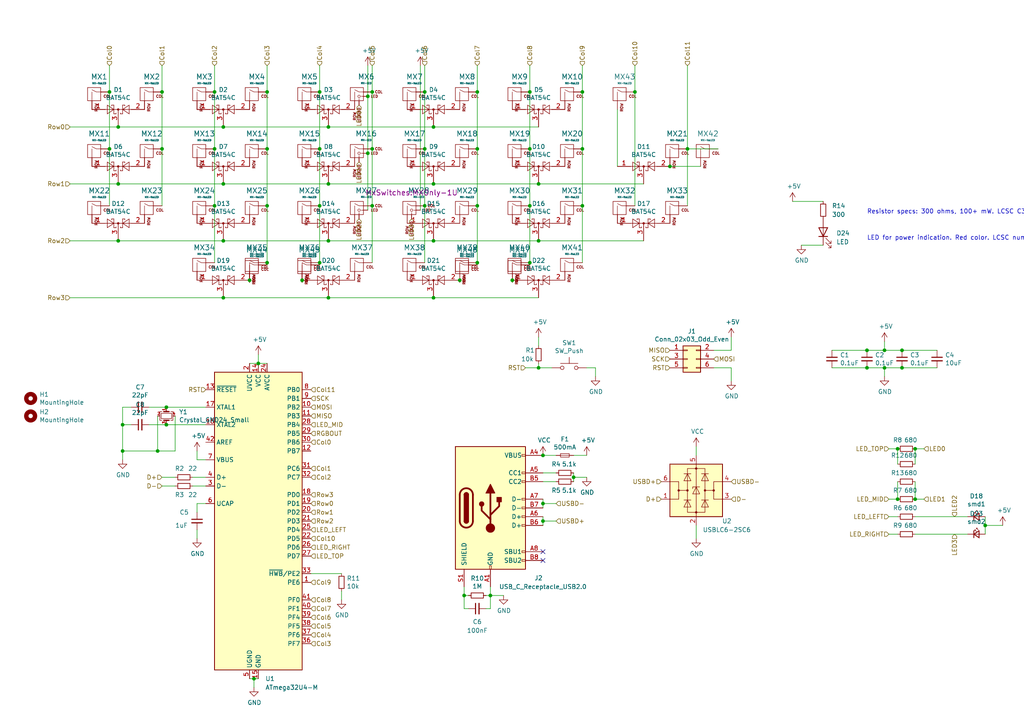
<source format=kicad_sch>
(kicad_sch (version 20230121) (generator eeschema)
  (paper "A4")
  (junction (at 260.35 130.175))
  (junction (at 95.25 36.83))
  (junction (at 168.91 59.69))
  (junction (at 95.25 86.36))
  (junction (at 157.48 151.13))
  (junction (at 156.21 106.68))
  (junction (at 125.73 86.36))
  (junction (at 156.21 69.85))
  (junction (at 77.47 26.67))
  (junction (at 194.31 48.26))
  (junction (at 260.35 144.78))
  (junction (at 95.25 69.85))
  (junction (at 138.43 26.67))
  (junction (at 106.68 44.45))
  (junction (at 73.66 196.85))
  (junction (at 31.75 43.18))
  (junction (at 148.59 81.28))
  (junction (at 107.95 59.69))
  (junction (at 285.75 152.4))
  (junction (at 35.56 130.81))
  (junction (at 153.67 59.69))
  (junction (at 62.23 26.67))
  (junction (at 34.29 53.34))
  (junction (at 123.19 59.69))
  (junction (at 168.91 43.18))
  (junction (at 138.43 76.2))
  (junction (at 46.99 26.67))
  (junction (at 133.35 81.28))
  (junction (at 134.62 172.72))
  (junction (at 34.29 69.85))
  (junction (at 62.23 43.18))
  (junction (at 261.62 106.68))
  (junction (at 157.48 146.05))
  (junction (at 184.15 26.67))
  (junction (at 125.73 53.34))
  (junction (at 265.43 130.175))
  (junction (at 77.47 43.18))
  (junction (at 251.46 106.68))
  (junction (at 156.21 53.34))
  (junction (at 77.47 59.69))
  (junction (at 74.93 105.41))
  (junction (at 123.19 43.18))
  (junction (at 64.77 69.85))
  (junction (at 142.24 172.72))
  (junction (at 256.54 101.6))
  (junction (at 153.67 43.18))
  (junction (at 256.54 106.68))
  (junction (at 157.48 132.08))
  (junction (at 46.99 43.18))
  (junction (at 153.67 26.67))
  (junction (at 87.63 81.28))
  (junction (at 31.75 26.67))
  (junction (at 261.62 101.6))
  (junction (at 107.95 43.18))
  (junction (at 107.95 26.67))
  (junction (at 64.77 36.83))
  (junction (at 92.71 59.69))
  (junction (at 251.46 101.6))
  (junction (at 166.37 138.43))
  (junction (at 48.26 118.11))
  (junction (at 123.19 26.67))
  (junction (at 199.39 43.18))
  (junction (at 72.39 81.28))
  (junction (at 125.73 36.83))
  (junction (at 95.25 53.34))
  (junction (at 138.43 59.69))
  (junction (at 92.71 26.67))
  (junction (at 265.43 144.78))
  (junction (at 92.71 76.2))
  (junction (at 106.68 27.94))
  (junction (at 153.67 76.2))
  (junction (at 92.71 43.18))
  (junction (at 64.77 53.34))
  (junction (at 45.72 130.81))
  (junction (at 125.73 69.85))
  (junction (at 35.56 123.19))
  (junction (at 64.77 86.36))
  (junction (at 77.47 76.2))
  (junction (at 138.43 43.18))
  (junction (at 62.23 59.69))
  (junction (at 48.26 123.19))
  (junction (at 168.91 26.67))
  (junction (at 34.29 36.83))
  (no_connect (at 157.48 162.56))
  (no_connect (at 157.48 160.02))
  (wire (pts (xy 134.62 176.53) (xy 135.89 176.53)))
  (wire (pts (xy 95.25 86.36) (xy 64.77 86.36)))
  (wire (pts (xy 46.99 26.67) (xy 46.99 19.05)))
  (wire (pts (xy 57.15 153.67) (xy 57.15 156.21)))
  (wire (pts (xy 95.25 53.34) (xy 64.77 53.34)))
  (wire (pts (xy 106.68 44.45) (xy 106.68 27.94)))
  (wire (pts (xy 107.95 43.18) (xy 107.95 59.69)))
  (wire (pts (xy 134.62 172.72) (xy 134.62 176.53)))
  (wire (pts (xy 156.21 86.36) (xy 125.73 86.36)))
  (wire (pts (xy 35.56 118.11) (xy 35.56 123.19)))
  (wire (pts (xy 125.73 53.34) (xy 95.25 53.34)))
  (wire (pts (xy 121.92 60.96) (xy 121.92 19.05)))
  (wire (pts (xy 138.43 43.18) (xy 138.43 26.67)))
  (wire (pts (xy 90.17 166.37) (xy 99.06 166.37)))
  (wire (pts (xy 265.43 154.94) (xy 280.67 154.94)))
  (wire (pts (xy 201.93 152.4) (xy 201.93 156.21)))
  (wire (pts (xy 232.41 71.12) (xy 238.76 71.12)))
  (wire (pts (xy 186.69 69.85) (xy 156.21 69.85)))
  (wire (pts (xy 265.43 144.78) (xy 267.97 144.78)))
  (wire (pts (xy 62.23 26.67) (xy 62.23 19.05)))
  (wire (pts (xy 31.75 26.67) (xy 31.75 19.05)))
  (wire (pts (xy 134.62 170.18) (xy 134.62 172.72)))
  (wire (pts (xy 265.43 139.7) (xy 265.43 144.78)))
  (wire (pts (xy 184.15 59.69) (xy 184.15 26.67)))
  (wire (pts (xy 256.54 106.68) (xy 256.54 109.22)))
  (wire (pts (xy 43.18 118.11) (xy 48.26 118.11)))
  (wire (pts (xy 138.43 59.69) (xy 138.43 43.18)))
  (wire (pts (xy 87.63 81.28) (xy 87.63 81.915)))
  (wire (pts (xy 64.77 53.34) (xy 34.29 53.34)))
  (wire (pts (xy 156.21 106.68) (xy 156.21 105.41)))
  (wire (pts (xy 168.91 43.18) (xy 168.91 26.67)))
  (wire (pts (xy 157.48 144.78) (xy 157.48 146.05)))
  (wire (pts (xy 55.88 138.43) (xy 59.69 138.43)))
  (wire (pts (xy 207.01 106.68) (xy 212.09 106.68)))
  (wire (pts (xy 156.21 97.79) (xy 156.21 100.33)))
  (wire (pts (xy 157.48 146.05) (xy 161.29 146.05)))
  (wire (pts (xy 74.93 196.85) (xy 73.66 196.85)))
  (wire (pts (xy 48.26 118.11) (xy 59.69 118.11)))
  (wire (pts (xy 31.75 59.69) (xy 31.75 43.18)))
  (wire (pts (xy 77.47 59.69) (xy 77.47 43.18)))
  (wire (pts (xy 64.77 36.83) (xy 34.29 36.83)))
  (wire (pts (xy 125.73 36.83) (xy 95.25 36.83)))
  (wire (pts (xy 157.48 146.05) (xy 157.48 147.32)))
  (wire (pts (xy 157.48 137.16) (xy 161.29 137.16)))
  (wire (pts (xy 31.75 43.18) (xy 31.75 26.67)))
  (wire (pts (xy 166.37 138.43) (xy 166.37 137.16)))
  (wire (pts (xy 265.43 149.86) (xy 280.67 149.86)))
  (wire (pts (xy 265.43 130.175) (xy 265.43 134.62)))
  (wire (pts (xy 260.35 139.7) (xy 260.35 144.78)))
  (wire (pts (xy 45.72 130.81) (xy 35.56 130.81)))
  (wire (pts (xy 123.19 59.69) (xy 123.19 76.2)))
  (wire (pts (xy 50.8 120.65) (xy 50.8 130.81)))
  (wire (pts (xy 194.31 48.26) (xy 203.2 48.26)))
  (wire (pts (xy 241.3 101.6) (xy 251.46 101.6)))
  (wire (pts (xy 106.68 27.94) (xy 106.68 19.05)))
  (wire (pts (xy 172.72 106.68) (xy 172.72 109.22)))
  (wire (pts (xy 142.24 176.53) (xy 142.24 172.72)))
  (wire (pts (xy 166.37 132.08) (xy 170.18 132.08)))
  (wire (pts (xy 135.89 172.72) (xy 134.62 172.72)))
  (wire (pts (xy 34.29 36.83) (xy 20.32 36.83)))
  (wire (pts (xy 251.46 101.6) (xy 256.54 101.6)))
  (wire (pts (xy 46.99 59.69) (xy 46.99 43.18)))
  (wire (pts (xy 199.39 43.18) (xy 208.28 43.18)))
  (wire (pts (xy 34.29 53.34) (xy 20.32 53.34)))
  (wire (pts (xy 153.67 26.67) (xy 153.67 19.05)))
  (wire (pts (xy 48.26 123.19) (xy 59.69 123.19)))
  (wire (pts (xy 43.18 123.19) (xy 48.26 123.19)))
  (wire (pts (xy 212.09 101.6) (xy 212.09 97.79)))
  (wire (pts (xy 73.66 196.85) (xy 72.39 196.85)))
  (wire (pts (xy 46.99 43.18) (xy 46.99 26.67)))
  (wire (pts (xy 229.87 58.42) (xy 238.76 58.42)))
  (wire (pts (xy 142.24 172.72) (xy 146.05 172.72)))
  (wire (pts (xy 156.21 69.85) (xy 125.73 69.85)))
  (wire (pts (xy 285.75 152.4) (xy 285.75 154.94)))
  (wire (pts (xy 199.39 43.18) (xy 199.39 19.05)))
  (wire (pts (xy 77.47 76.2) (xy 77.47 59.69)))
  (wire (pts (xy 156.21 36.83) (xy 125.73 36.83)))
  (wire (pts (xy 260.35 144.78) (xy 257.81 144.78)))
  (wire (pts (xy 260.35 149.86) (xy 257.81 149.86)))
  (wire (pts (xy 72.39 81.28) (xy 72.39 81.915)))
  (wire (pts (xy 157.48 152.4) (xy 157.48 151.13)))
  (wire (pts (xy 45.72 120.65) (xy 45.72 130.81)))
  (wire (pts (xy 140.97 172.72) (xy 142.24 172.72)))
  (wire (pts (xy 57.15 146.05) (xy 59.69 146.05)))
  (wire (pts (xy 95.25 69.85) (xy 64.77 69.85)))
  (wire (pts (xy 260.35 130.175) (xy 257.81 130.175)))
  (wire (pts (xy 92.71 43.18) (xy 92.71 26.67)))
  (wire (pts (xy 142.24 172.72) (xy 142.24 170.18)))
  (wire (pts (xy 34.29 69.85) (xy 20.32 69.85)))
  (wire (pts (xy 77.47 76.2) (xy 77.47 76.835)))
  (wire (pts (xy 107.95 19.05) (xy 107.95 26.67)))
  (wire (pts (xy 256.54 106.68) (xy 261.62 106.68)))
  (wire (pts (xy 64.77 86.36) (xy 20.32 86.36)))
  (wire (pts (xy 123.19 43.18) (xy 123.19 26.67)))
  (wire (pts (xy 57.15 133.35) (xy 57.15 130.81)))
  (wire (pts (xy 285.75 152.4) (xy 290.83 152.4)))
  (wire (pts (xy 153.67 76.2) (xy 153.67 59.69)))
  (wire (pts (xy 261.62 101.6) (xy 271.78 101.6)))
  (wire (pts (xy 148.59 81.28) (xy 148.59 81.915)))
  (wire (pts (xy 138.43 76.2) (xy 138.43 59.69)))
  (wire (pts (xy 260.35 154.94) (xy 257.81 154.94)))
  (wire (pts (xy 62.23 76.2) (xy 62.23 59.69)))
  (wire (pts (xy 72.39 105.41) (xy 74.93 105.41)))
  (wire (pts (xy 168.91 59.69) (xy 168.91 43.18)))
  (wire (pts (xy 153.67 43.18) (xy 153.67 26.67)))
  (wire (pts (xy 261.62 106.68) (xy 271.78 106.68)))
  (wire (pts (xy 57.15 148.59) (xy 57.15 146.05)))
  (wire (pts (xy 92.71 76.2) (xy 92.71 59.69)))
  (wire (pts (xy 156.21 53.34) (xy 186.69 53.34)))
  (wire (pts (xy 123.19 43.18) (xy 123.19 59.69)))
  (wire (pts (xy 157.48 139.7) (xy 161.29 139.7)))
  (wire (pts (xy 92.71 76.2) (xy 92.71 76.835)))
  (wire (pts (xy 153.67 59.69) (xy 153.67 43.18)))
  (wire (pts (xy 38.1 123.19) (xy 35.56 123.19)))
  (wire (pts (xy 179.07 31.75) (xy 179.07 48.26)))
  (wire (pts (xy 92.71 26.67) (xy 92.71 19.05)))
  (wire (pts (xy 153.67 76.2) (xy 153.67 76.835)))
  (wire (pts (xy 46.99 140.97) (xy 50.8 140.97)))
  (wire (pts (xy 125.73 86.36) (xy 95.25 86.36)))
  (wire (pts (xy 46.99 138.43) (xy 50.8 138.43)))
  (wire (pts (xy 166.37 139.7) (xy 166.37 138.43)))
  (wire (pts (xy 138.43 76.2) (xy 138.43 76.835)))
  (wire (pts (xy 50.8 130.81) (xy 45.72 130.81)))
  (wire (pts (xy 140.97 176.53) (xy 142.24 176.53)))
  (wire (pts (xy 166.37 138.43) (xy 170.18 138.43)))
  (wire (pts (xy 207.01 101.6) (xy 212.09 101.6)))
  (wire (pts (xy 157.48 151.13) (xy 157.48 149.86)))
  (wire (pts (xy 156.21 106.68) (xy 160.02 106.68)))
  (wire (pts (xy 107.95 26.67) (xy 107.95 43.18)))
  (wire (pts (xy 152.4 106.68) (xy 156.21 106.68)))
  (wire (pts (xy 73.66 196.85) (xy 73.66 199.39)))
  (wire (pts (xy 170.18 106.68) (xy 172.72 106.68)))
  (wire (pts (xy 59.69 133.35) (xy 57.15 133.35)))
  (wire (pts (xy 77.47 26.67) (xy 77.47 19.05)))
  (wire (pts (xy 138.43 26.67) (xy 138.43 19.05)))
  (wire (pts (xy 199.39 59.69) (xy 199.39 43.18)))
  (wire (pts (xy 95.25 36.83) (xy 64.77 36.83)))
  (wire (pts (xy 38.1 118.11) (xy 35.56 118.11)))
  (wire (pts (xy 265.43 130.175) (xy 267.97 130.175)))
  (wire (pts (xy 74.93 105.41) (xy 74.93 102.87)))
  (wire (pts (xy 251.46 106.68) (xy 256.54 106.68)))
  (wire (pts (xy 168.91 76.2) (xy 168.91 59.69)))
  (wire (pts (xy 133.35 81.28) (xy 133.35 81.915)))
  (wire (pts (xy 99.06 171.45) (xy 99.06 173.99)))
  (wire (pts (xy 74.93 105.41) (xy 77.47 105.41)))
  (wire (pts (xy 256.54 101.6) (xy 261.62 101.6)))
  (wire (pts (xy 241.3 106.68) (xy 251.46 106.68)))
  (wire (pts (xy 201.93 132.08) (xy 201.93 129.54)))
  (wire (pts (xy 55.88 140.97) (xy 59.69 140.97)))
  (wire (pts (xy 256.54 101.6) (xy 256.54 99.06)))
  (wire (pts (xy 35.56 130.81) (xy 35.56 133.35)))
  (wire (pts (xy 62.23 59.69) (xy 62.23 43.18)))
  (wire (pts (xy 168.91 26.67) (xy 168.91 19.05)))
  (wire (pts (xy 157.48 132.08) (xy 161.29 132.08)))
  (wire (pts (xy 285.75 149.86) (xy 285.75 152.4)))
  (wire (pts (xy 260.35 130.175) (xy 260.35 134.62)))
  (wire (pts (xy 64.77 69.85) (xy 34.29 69.85)))
  (wire (pts (xy 156.21 53.34) (xy 125.73 53.34)))
  (wire (pts (xy 212.09 106.68) (xy 212.09 110.49)))
  (wire (pts (xy 106.68 60.96) (xy 106.68 44.45)))
  (wire (pts (xy 35.56 123.19) (xy 35.56 130.81)))
  (wire (pts (xy 157.48 151.13) (xy 161.29 151.13)))
  (wire (pts (xy 77.47 43.18) (xy 77.47 26.67)))
  (wire (pts (xy 184.15 26.67) (xy 184.15 19.05)))
  (wire (pts (xy 92.71 59.69) (xy 92.71 43.18)))
  (wire (pts (xy 123.19 26.67) (xy 123.19 19.05)))
  (wire (pts (xy 107.95 59.69) (xy 107.95 76.2)))
  (wire (pts (xy 125.73 69.85) (xy 95.25 69.85)))
  (wire (pts (xy 62.23 43.18) (xy 62.23 26.67)))
  (text "Resistor specs: 300 ohms, 100+ mW. LCSC C323659" (at 251.46 62.23 0) (effects (font (size 1.27 1.27)) (justify left bottom)))
  (text "LED for power indication. Red color. LCSC number C434431" (at 251.46 69.85 0) (effects (font (size 1.27 1.27)) (justify left bottom)))
  (hierarchical_label "Col0" (shape input) (at 31.75 19.05 90))
  (hierarchical_label "Col10" (shape input) (at 90.17 156.21 0))
  (hierarchical_label "RST" (shape input) (at 152.4 106.68 180))
  (hierarchical_label "Row3" (shape input) (at 20.32 86.36 180))
  (hierarchical_label "LED3" (shape input) (at 119.38 63.5 270))
  (hierarchical_label "LED3" (shape input) (at 276.86 154.94 270))
  (hierarchical_label "MISO" (shape input) (at 90.17 120.65 0))
  (hierarchical_label "Row0" (shape input) (at 20.32 36.83 180))
  (hierarchical_label "LED_MID" (shape input) (at 257.81 144.78 180))
  (hierarchical_label "Row1" (shape input) (at 90.17 148.59 0))
  (hierarchical_label "Col3" (shape input) (at 90.17 186.69 0))
  (hierarchical_label "SCK" (shape input) (at 194.31 104.14 180))
  (hierarchical_label "D-" (shape input) (at 46.99 140.97 180))
  (hierarchical_label "Col1" (shape input) (at 46.99 19.05 90))
  (hierarchical_label "Col9" (shape input) (at 90.17 168.91 0))
  (hierarchical_label "D+" (shape input) (at 191.77 144.78 180))
  (hierarchical_label "Col8" (shape input) (at 153.67 19.05 90))
  (hierarchical_label "LED_RIGHT" (shape input) (at 90.17 158.75 0))
  (hierarchical_label "LED_MID" (shape input) (at 90.17 123.19 0))
  (hierarchical_label "Row0" (shape input) (at 90.17 146.05 0))
  (hierarchical_label "Col6" (shape input) (at 90.17 179.07 0))
  (hierarchical_label "Col1" (shape input) (at 90.17 135.89 0))
  (hierarchical_label "Col2" (shape input) (at 62.23 19.05 90))
  (hierarchical_label "LED_LEFT" (shape input) (at 257.81 149.86 180))
  (hierarchical_label "USBD+" (shape input) (at 161.29 151.13 0))
  (hierarchical_label "LED_TOP" (shape input) (at 257.81 130.175 180))
  (hierarchical_label "Col0" (shape input) (at 90.17 128.27 0))
  (hierarchical_label "USBD-" (shape input) (at 212.09 139.7 0))
  (hierarchical_label "LED_LEFT" (shape input) (at 90.17 153.67 0))
  (hierarchical_label "Row2" (shape input) (at 20.32 69.85 180))
  (hierarchical_label "Col8" (shape input) (at 90.17 173.99 0))
  (hierarchical_label "LED0" (shape input) (at 267.97 130.175 0))
  (hierarchical_label "Col5" (shape input) (at 90.17 181.61 0))
  (hierarchical_label "Col7" (shape input) (at 90.17 176.53 0))
  (hierarchical_label "USBD-" (shape input) (at 161.29 146.05 0))
  (hierarchical_label "LED_TOP" (shape input) (at 90.17 161.29 0))
  (hierarchical_label "D-" (shape input) (at 212.09 144.78 0))
  (hierarchical_label "Col9" (shape input) (at 168.91 19.05 90))
  (hierarchical_label "Col7" (shape input) (at 138.43 19.05 90))
  (hierarchical_label "D+" (shape input) (at 46.99 138.43 180))
  (hierarchical_label "LED2" (shape input) (at 276.86 149.86 90))
  (hierarchical_label "Col2" (shape input) (at 90.17 138.43 0))
  (hierarchical_label "USBD+" (shape input) (at 191.77 139.7 180))
  (hierarchical_label "Col5" (shape input) (at 107.95 19.05 90))
  (hierarchical_label "Col4" (shape input) (at 90.17 184.15 0))
  (hierarchical_label "LED_RIGHT" (shape input) (at 257.81 154.94 180))
  (hierarchical_label "MISO" (shape input) (at 194.31 101.6 180))
  (hierarchical_label "Col10" (shape input) (at 184.15 19.05 90))
  (hierarchical_label "LED1" (shape input) (at 267.97 144.78 0))
  (hierarchical_label "Col4" (shape input) (at 92.71 19.05 90))
  (hierarchical_label "MOSI" (shape input) (at 207.01 104.14 0))
  (hierarchical_label "RST" (shape input) (at 194.31 106.68 180))
  (hierarchical_label "Col11" (shape input) (at 199.39 19.05 90))
  (hierarchical_label "RST" (shape input) (at 59.69 113.03 180))
  (hierarchical_label "LED2" (shape input) (at 104.14 63.5 270))
  (hierarchical_label "RGBOUT" (shape input) (at 90.17 125.73 0))
  (hierarchical_label "Col11" (shape input) (at 90.17 113.03 0))
  (hierarchical_label "Row1" (shape input) (at 20.32 53.34 180))
  (hierarchical_label "LED1" (shape input) (at 104.14 46.99 270))
  (hierarchical_label "MOSI" (shape input) (at 90.17 118.11 0))
  (hierarchical_label "Row3" (shape input) (at 90.17 143.51 0))
  (hierarchical_label "LED0" (shape input) (at 104.14 30.48 270))
  (hierarchical_label "SCK" (shape input) (at 90.17 115.57 0))
  (hierarchical_label "Col6" (shape input) (at 123.19 19.05 90))
  (hierarchical_label "Col3" (shape input) (at 77.47 19.05 90))
  (hierarchical_label "Row2" (shape input) (at 90.17 151.13 0))
  (symbol (lib_id "Mx:MX-NoLED") (at 27.94 27.94 0) (unit 1)
    (property "Reference" "MX1" (at 28.7782 22.2758 0) (effects (font (size 1.524 1.524))))
    (property "Value" "MX-NoLED" (at 28.7782 24.1554 0) (effects (font (size 0.508 0.508))))
    (property "Footprint" "MxSwitches:MXOnly-1.5U-NoLED" (effects hide))
  )
  (symbol (lib_id "Mx:MX-NoLED") (at 43.18 27.94 0) (unit 1)
    (property "Reference" "MX2" (at 44.0182 22.2758 0) (effects (font (size 1.524 1.524))))
    (property "Value" "MX-NoLED" (at 44.0182 24.1554 0) (effects (font (size 0.508 0.508))))
    (property "Footprint" "MxSwitches:MXOnly-1U-NoLED" (effects hide))
  )
  (symbol (lib_id "Diode:BAT54C") (at 34.29 31.75 0) (unit 1)
    (property "Reference" "D1" (at 34.29 26.035 0))
    (property "Value" "BAT54C" (at 34.29 28.3464 0))
    (property "Footprint" "Package_TO_SOT_SMD:SOT-23" (effects hide))
    (property "Datasheet" "http://www.diodes.com/_files/datasheets/ds11005.pdf" (effects hide))
  )
  (symbol (lib_id "Mx:MX-NoLED") (at 58.42 27.94 0) (unit 1)
    (property "Reference" "MX3" (at 59.2582 22.2758 0) (effects (font (size 1.524 1.524))))
    (property "Value" "MX-NoLED" (at 59.2582 24.1554 0) (effects (font (size 0.508 0.508))))
    (property "Footprint" "MxSwitches:MXOnly-1U-NoLED" (effects hide))
  )
  (symbol (lib_id "Mx:MX-NoLED") (at 73.66 27.94 0) (unit 1)
    (property "Reference" "MX4" (at 74.4982 22.2758 0) (effects (font (size 1.524 1.524))))
    (property "Value" "MX-NoLED" (at 74.4982 24.1554 0) (effects (font (size 0.508 0.508))))
    (property "Footprint" "MxSwitches:MXOnly-1U-NoLED" (effects hide))
  )
  (symbol (lib_id "Diode:BAT54C") (at 64.77 31.75 0) (unit 1)
    (property "Reference" "D2" (at 64.77 26.035 0))
    (property "Value" "BAT54C" (at 64.77 28.3464 0))
    (property "Footprint" "Package_TO_SOT_SMD:SOT-23" (effects hide))
    (property "Datasheet" "http://www.diodes.com/_files/datasheets/ds11005.pdf" (effects hide))
  )
  (symbol (lib_id "Mx:MX-NoLED") (at 88.9 27.94 0) (unit 1)
    (property "Reference" "MX5" (at 89.7382 22.2758 0) (effects (font (size 1.524 1.524))))
    (property "Value" "MX-NoLED" (at 89.7382 24.1554 0) (effects (font (size 0.508 0.508))))
    (property "Footprint" "MxSwitches:MXOnly-1U-NoLED" (effects hide))
  )
  (symbol (lib_id "Diode:BAT54C") (at 95.25 31.75 0) (unit 1)
    (property "Reference" "D3" (at 95.25 26.035 0))
    (property "Value" "BAT54C" (at 95.25 28.3464 0))
    (property "Footprint" "Package_TO_SOT_SMD:SOT-23" (effects hide))
    (property "Datasheet" "http://www.diodes.com/_files/datasheets/ds11005.pdf" (effects hide))
  )
  (symbol (lib_id "Mx:MX-NoLED") (at 119.38 27.94 0) (unit 1)
    (property "Reference" "MX7" (at 120.2182 22.2758 0) (effects (font (size 1.524 1.524))))
    (property "Value" "MX-NoLED" (at 120.2182 24.1554 0) (effects (font (size 0.508 0.508))))
    (property "Footprint" "MxSwitches:MXOnly-1U-NoLED" (effects hide))
  )
  (symbol (lib_id "Mx:MX-NoLED") (at 134.62 27.94 0) (unit 1)
    (property "Reference" "MX8" (at 135.4582 22.2758 0) (effects (font (size 1.524 1.524))))
    (property "Value" "MX-NoLED" (at 135.4582 24.1554 0) (effects (font (size 0.508 0.508))))
    (property "Footprint" "MxSwitches:MXOnly-1U-NoLED" (effects hide))
  )
  (symbol (lib_id "Diode:BAT54C") (at 125.73 31.75 0) (unit 1)
    (property "Reference" "D4" (at 125.73 26.035 0))
    (property "Value" "BAT54C" (at 125.73 28.3464 0))
    (property "Footprint" "Package_TO_SOT_SMD:SOT-23" (effects hide))
    (property "Datasheet" "http://www.diodes.com/_files/datasheets/ds11005.pdf" (effects hide))
  )
  (symbol (lib_id "Mx:MX-NoLED") (at 149.86 27.94 0) (unit 1)
    (property "Reference" "MX9" (at 150.6982 22.2758 0) (effects (font (size 1.524 1.524))))
    (property "Value" "MX-NoLED" (at 150.6982 24.1554 0) (effects (font (size 0.508 0.508))))
    (property "Footprint" "MxSwitches:MXOnly-1U-NoLED" (effects hide))
  )
  (symbol (lib_id "Mx:MX-NoLED") (at 165.1 27.94 0) (unit 1)
    (property "Reference" "MX10" (at 165.9382 22.2758 0) (effects (font (size 1.524 1.524))))
    (property "Value" "MX-NoLED" (at 165.9382 24.1554 0) (effects (font (size 0.508 0.508))))
    (property "Footprint" "MxSwitches:MXOnly-1U-NoLED" (effects hide))
  )
  (symbol (lib_id "Diode:BAT54C") (at 156.21 31.75 0) (unit 1)
    (property "Reference" "D5" (at 156.21 26.035 0))
    (property "Value" "BAT54C" (at 156.21 28.3464 0))
    (property "Footprint" "Package_TO_SOT_SMD:SOT-23" (effects hide))
    (property "Datasheet" "http://www.diodes.com/_files/datasheets/ds11005.pdf" (effects hide))
  )
  (symbol (lib_id "Mx:MX-NoLED") (at 27.94 44.45 0) (unit 1)
    (property "Reference" "MX11" (at 28.7782 38.7858 0) (effects (font (size 1.524 1.524))))
    (property "Value" "MX-NoLED" (at 28.7782 40.6654 0) (effects (font (size 0.508 0.508))))
    (property "Footprint" "MxSwitches:MXOnly-1.25U-NoLED" (effects hide))
  )
  (symbol (lib_id "Mx:MX-NoLED") (at 43.18 44.45 0) (unit 1)
    (property "Reference" "MX12" (at 44.0182 38.7858 0) (effects (font (size 1.524 1.524))))
    (property "Value" "MX-NoLED" (at 44.0182 40.6654 0) (effects (font (size 0.508 0.508))))
    (property "Footprint" "MxSwitches:MXOnly-1U-NoLED" (effects hide))
  )
  (symbol (lib_id "Diode:BAT54C") (at 34.29 48.26 0) (unit 1)
    (property "Reference" "D6" (at 34.29 42.545 0))
    (property "Value" "BAT54C" (at 34.29 44.8564 0))
    (property "Footprint" "Package_TO_SOT_SMD:SOT-23" (effects hide))
    (property "Datasheet" "http://www.diodes.com/_files/datasheets/ds11005.pdf" (effects hide))
  )
  (symbol (lib_id "Mx:MX-NoLED") (at 58.42 44.45 0) (unit 1)
    (property "Reference" "MX13" (at 59.2582 38.7858 0) (effects (font (size 1.524 1.524))))
    (property "Value" "MX-NoLED" (at 59.2582 40.6654 0) (effects (font (size 0.508 0.508))))
    (property "Footprint" "MxSwitches:MXOnly-1U-NoLED" (effects hide))
  )
  (symbol (lib_id "Mx:MX-NoLED") (at 73.66 44.45 0) (unit 1)
    (property "Reference" "MX14" (at 74.4982 38.7858 0) (effects (font (size 1.524 1.524))))
    (property "Value" "MX-NoLED" (at 74.4982 40.6654 0) (effects (font (size 0.508 0.508))))
    (property "Footprint" "MxSwitches:MXOnly-1U-NoLED" (effects hide))
  )
  (symbol (lib_id "Diode:BAT54C") (at 64.77 48.26 0) (unit 1)
    (property "Reference" "D7" (at 64.77 42.545 0))
    (property "Value" "BAT54C" (at 64.77 44.8564 0))
    (property "Footprint" "Package_TO_SOT_SMD:SOT-23" (effects hide))
    (property "Datasheet" "http://www.diodes.com/_files/datasheets/ds11005.pdf" (effects hide))
  )
  (symbol (lib_id "Mx:MX-NoLED") (at 88.9 44.45 0) (unit 1)
    (property "Reference" "MX15" (at 89.7382 38.7858 0) (effects (font (size 1.524 1.524))))
    (property "Value" "MX-NoLED" (at 89.7382 40.6654 0) (effects (font (size 0.508 0.508))))
    (property "Footprint" "MxSwitches:MXOnly-1U-NoLED" (effects hide))
  )
  (symbol (lib_id "Diode:BAT54C") (at 95.25 48.26 0) (unit 1)
    (property "Reference" "D8" (at 95.25 42.545 0))
    (property "Value" "BAT54C" (at 95.25 44.8564 0))
    (property "Footprint" "Package_TO_SOT_SMD:SOT-23" (effects hide))
    (property "Datasheet" "http://www.diodes.com/_files/datasheets/ds11005.pdf" (effects hide))
  )
  (symbol (lib_id "Mx:MX-NoLED") (at 119.38 44.45 0) (unit 1)
    (property "Reference" "MX17" (at 120.2182 38.7858 0) (effects (font (size 1.524 1.524))))
    (property "Value" "MX-NoLED" (at 120.2182 40.6654 0) (effects (font (size 0.508 0.508))))
    (property "Footprint" "MxSwitches:MXOnly-1U-NoLED" (effects hide))
  )
  (symbol (lib_id "Mx:MX-NoLED") (at 134.62 44.45 0) (unit 1)
    (property "Reference" "MX18" (at 135.4582 38.7858 0) (effects (font (size 1.524 1.524))))
    (property "Value" "MX-NoLED" (at 135.4582 40.6654 0) (effects (font (size 0.508 0.508))))
    (property "Footprint" "MxSwitches:MXOnly-1U-NoLED" (effects hide))
  )
  (symbol (lib_id "Diode:BAT54C") (at 125.73 48.26 0) (unit 1)
    (property "Reference" "D9" (at 125.73 42.545 0))
    (property "Value" "BAT54C" (at 125.73 44.8564 0))
    (property "Footprint" "Package_TO_SOT_SMD:SOT-23" (effects hide))
    (property "Datasheet" "http://www.diodes.com/_files/datasheets/ds11005.pdf" (effects hide))
  )
  (symbol (lib_id "Mx:MX-NoLED") (at 149.86 44.45 0) (unit 1)
    (property "Reference" "MX19" (at 150.6982 38.7858 0) (effects (font (size 1.524 1.524))))
    (property "Value" "MX-NoLED" (at 150.6982 40.6654 0) (effects (font (size 0.508 0.508))))
    (property "Footprint" "MxSwitches:MXOnly-1U-NoLED" (effects hide))
  )
  (symbol (lib_id "Mx:MX-NoLED") (at 165.1 44.45 0) (unit 1)
    (property "Reference" "MX20" (at 165.9382 38.7858 0) (effects (font (size 1.524 1.524))))
    (property "Value" "MX-NoLED" (at 165.9382 40.6654 0) (effects (font (size 0.508 0.508))))
    (property "Footprint" "MxSwitches:MXOnly-1U-NoLED" (effects hide))
  )
  (symbol (lib_id "Diode:BAT54C") (at 156.21 48.26 0) (unit 1)
    (property "Reference" "D10" (at 156.21 42.545 0))
    (property "Value" "BAT54C" (at 156.21 44.8564 0))
    (property "Footprint" "Package_TO_SOT_SMD:SOT-23" (effects hide))
    (property "Datasheet" "http://www.diodes.com/_files/datasheets/ds11005.pdf" (effects hide))
  )
  (symbol (lib_id "Mx:MX-NoLED") (at 27.94 60.96 0) (unit 1)
    (property "Reference" "MX22" (at 28.7782 55.2958 0) (effects (font (size 1.524 1.524))))
    (property "Value" "MX-NoLED" (at 28.7782 57.1754 0) (effects (font (size 0.508 0.508))))
    (property "Footprint" "MxSwitches:MXOnly-1U-NoLED" (effects hide))
  )
  (symbol (lib_id "Mx:MX-NoLED") (at 43.18 60.96 0) (unit 1)
    (property "Reference" "MX23" (at 44.0182 55.2958 0) (effects (font (size 1.524 1.524))))
    (property "Value" "MX-NoLED" (at 44.0182 57.1754 0) (effects (font (size 0.508 0.508))))
    (property "Footprint" "MxSwitches:MXOnly-1U-NoLED" (effects hide))
  )
  (symbol (lib_id "Diode:BAT54C") (at 34.29 64.77 0) (unit 1)
    (property "Reference" "D12" (at 34.29 59.055 0))
    (property "Value" "BAT54C" (at 34.29 61.3664 0))
    (property "Footprint" "Package_TO_SOT_SMD:SOT-23" (effects hide))
    (property "Datasheet" "http://www.diodes.com/_files/datasheets/ds11005.pdf" (effects hide))
  )
  (symbol (lib_id "Mx:MX-NoLED") (at 58.42 60.96 0) (unit 1)
    (property "Reference" "MX24" (at 59.2582 55.2958 0) (effects (font (size 1.524 1.524))))
    (property "Value" "MX-NoLED" (at 59.2582 57.1754 0) (effects (font (size 0.508 0.508))))
    (property "Footprint" "MxSwitches:MXOnly-1U-NoLED" (effects hide))
  )
  (symbol (lib_id "Mx:MX-NoLED") (at 73.66 60.96 0) (unit 1)
    (property "Reference" "MX25" (at 74.4982 55.2958 0) (effects (font (size 1.524 1.524))))
    (property "Value" "MX-NoLED" (at 74.4982 57.1754 0) (effects (font (size 0.508 0.508))))
    (property "Footprint" "MxSwitches:MXOnly-1U-NoLED" (effects hide))
  )
  (symbol (lib_id "Diode:BAT54C") (at 64.77 64.77 0) (unit 1)
    (property "Reference" "D13" (at 64.77 59.055 0))
    (property "Value" "BAT54C" (at 64.77 61.3664 0))
    (property "Footprint" "Package_TO_SOT_SMD:SOT-23" (effects hide))
    (property "Datasheet" "http://www.diodes.com/_files/datasheets/ds11005.pdf" (effects hide))
  )
  (symbol (lib_id "Mx:MX-NoLED") (at 88.9 60.96 0) (unit 1)
    (property "Reference" "MX26" (at 89.7382 55.2958 0) (effects (font (size 1.524 1.524))))
    (property "Value" "MX-NoLED" (at 89.7382 57.1754 0) (effects (font (size 0.508 0.508))))
    (property "Footprint" "MxSwitches:MXOnly-1U-NoLED" (effects hide))
  )
  (symbol (lib_id "Diode:BAT54C") (at 95.25 64.77 0) (unit 1)
    (property "Reference" "D14" (at 95.25 59.055 0))
    (property "Value" "BAT54C" (at 95.25 61.3664 0))
    (property "Footprint" "Package_TO_SOT_SMD:SOT-23" (effects hide))
    (property "Datasheet" "http://www.diodes.com/_files/datasheets/ds11005.pdf" (effects hide))
  )
  (symbol (lib_id "Mx:MX-NoLED") (at 134.62 60.96 0) (unit 1)
    (property "Reference" "MX29" (at 135.4582 55.2958 0) (effects (font (size 1.524 1.524))))
    (property "Value" "MX-NoLED" (at 135.4582 57.1754 0) (effects (font (size 0.508 0.508))))
    (property "Footprint" "MxSwitches:MXOnly-1U-NoLED" (effects hide))
  )
  (symbol (lib_id "Diode:BAT54C") (at 125.73 64.77 0) (unit 1)
    (property "Reference" "D15" (at 125.73 59.055 0))
    (property "Value" "BAT54C" (at 125.73 61.3664 0))
    (property "Footprint" "Package_TO_SOT_SMD:SOT-23" (effects hide))
    (property "Datasheet" "http://www.diodes.com/_files/datasheets/ds11005.pdf" (effects hide))
  )
  (symbol (lib_id "Mx:MX-NoLED") (at 149.86 60.96 0) (unit 1)
    (property "Reference" "MX30" (at 150.6982 55.2958 0) (effects (font (size 1.524 1.524))))
    (property "Value" "MX-NoLED" (at 150.6982 57.1754 0) (effects (font (size 0.508 0.508))))
    (property "Footprint" "MxSwitches:MXOnly-1U-NoLED" (effects hide))
  )
  (symbol (lib_id "Mx:MX-NoLED") (at 165.1 60.96 0) (unit 1)
    (property "Reference" "MX31" (at 165.9382 55.2958 0) (effects (font (size 1.524 1.524))))
    (property "Value" "MX-NoLED" (at 165.9382 57.1754 0) (effects (font (size 0.508 0.508))))
    (property "Footprint" "MxSwitches:MXOnly-1U-NoLED" (effects hide))
  )
  (symbol (lib_id "Diode:BAT54C") (at 156.21 64.77 0) (unit 1)
    (property "Reference" "D16" (at 156.21 59.055 0))
    (property "Value" "BAT54C" (at 156.21 61.3664 0))
    (property "Footprint" "Package_TO_SOT_SMD:SOT-23" (effects hide))
    (property "Datasheet" "http://www.diodes.com/_files/datasheets/ds11005.pdf" (effects hide))
  )
  (symbol (lib_id "Mx:MX-NoLED") (at 180.34 60.96 0) (unit 1)
    (property "Reference" "MX32" (at 181.1782 55.2958 0) (effects (font (size 1.524 1.524))))
    (property "Value" "MX-NoLED" (at 181.1782 57.1754 0) (effects (font (size 0.508 0.508))))
    (property "Footprint" "MxSwitches:MXOnly-1U-NoLED" (effects hide))
  )
  (symbol (lib_id "Mx:MX-NoLED") (at 195.58 60.96 0) (unit 1)
    (property "Reference" "MX33" (at 196.4182 55.2958 0) (effects (font (size 1.524 1.524))))
    (property "Value" "MX-NoLED" (at 196.4182 57.1754 0) (effects (font (size 0.508 0.508))))
    (property "Footprint" "MxSwitches:MXOnly-1U-NoLED" (effects hide))
  )
  (symbol (lib_id "Diode:BAT54C") (at 186.69 64.77 0) (unit 1)
    (property "Reference" "D17" (at 186.69 59.055 0))
    (property "Value" "BAT54C" (at 186.69 61.3664 0))
    (property "Footprint" "Package_TO_SOT_SMD:SOT-23" (effects hide))
    (property "Datasheet" "http://www.diodes.com/_files/datasheets/ds11005.pdf" (effects hide))
  )
  (symbol (lib_id "Mx:MX-NoLED") (at 58.42 77.47 0) (unit 1)
    (property "Reference" "MX34" (at 59.2582 71.8058 0) (effects (font (size 1.524 1.524))))
    (property "Value" "MX-NoLED" (at 59.2582 73.6854 0) (effects (font (size 0.508 0.508))))
    (property "Footprint" "MxSwitches:MXOnly-1U-NoLED" (effects hide))
  )
  (symbol (lib_id "Mx:MX-NoLED") (at 73.66 77.47 0) (unit 1)
    (property "Reference" "MX35" (at 74.4982 71.8058 0) (effects (font (size 1.524 1.524))))
    (property "Value" "MX-NoLED" (at 74.4982 73.6854 0) (effects (font (size 0.508 0.508))))
    (property "Footprint" "MxSwitches:MXOnly-1.25U-NoLED" (effects hide))
  )
  (symbol (lib_id "Diode:BAT54C") (at 64.77 81.28 0) (unit 1)
    (property "Reference" "D19" (at 64.77 75.565 0))
    (property "Value" "BAT54C" (at 64.77 77.8764 0))
    (property "Footprint" "Package_TO_SOT_SMD:SOT-23" (effects hide))
    (property "Datasheet" "http://www.diodes.com/_files/datasheets/ds11005.pdf" (effects hide))
  )
  (symbol (lib_id "Mx:MX-NoLED") (at 88.9 77.47 0) (unit 1)
    (property "Reference" "MX36" (at 89.7382 71.8058 0) (effects (font (size 1.524 1.524))))
    (property "Value" "MX-NoLED" (at 89.7382 73.6854 0) (effects (font (size 0.508 0.508))))
    (property "Footprint" "MxSwitches:MXOnly-1.25U-NoLED" (effects hide))
  )
  (symbol (lib_id "Mx:MX-NoLED") (at 104.14 77.47 0) (unit 1)
    (property "Reference" "MX37" (at 104.9782 71.8058 0) (effects (font (size 1.524 1.524))))
    (property "Value" "MX-NoLED" (at 104.9782 73.6854 0) (effects (font (size 0.508 0.508))))
    (property "Footprint" "MxSwitches:MXOnly-1.25U-NoLED" (effects hide))
  )
  (symbol (lib_id "Diode:BAT54C") (at 95.25 81.28 0) (unit 1)
    (property "Reference" "D20" (at 95.25 75.565 0))
    (property "Value" "BAT54C" (at 95.25 77.8764 0))
    (property "Footprint" "Package_TO_SOT_SMD:SOT-23" (effects hide))
    (property "Datasheet" "http://www.diodes.com/_files/datasheets/ds11005.pdf" (effects hide))
  )
  (symbol (lib_id "Mx:MX-NoLED") (at 119.38 77.47 0) (unit 1)
    (property "Reference" "MX38" (at 120.2182 71.8058 0) (effects (font (size 1.524 1.524))))
    (property "Value" "MX-NoLED" (at 120.2182 73.6854 0) (effects (font (size 0.508 0.508))))
    (property "Footprint" "MxSwitches:MXOnly-1.25U-NoLED" (effects hide))
  )
  (symbol (lib_id "Mx:MX-NoLED") (at 134.62 77.47 0) (unit 1)
    (property "Reference" "MX39" (at 135.4582 71.8058 0) (effects (font (size 1.524 1.524))))
    (property "Value" "MX-NoLED" (at 135.4582 73.6854 0) (effects (font (size 0.508 0.508))))
    (property "Footprint" "MxSwitches:MXOnly-1.25U-NoLED" (effects hide))
  )
  (symbol (lib_id "Diode:BAT54C") (at 125.73 81.28 0) (unit 1)
    (property "Reference" "D21" (at 125.73 75.565 0))
    (property "Value" "BAT54C" (at 125.73 77.8764 0))
    (property "Footprint" "Package_TO_SOT_SMD:SOT-23" (effects hide))
    (property "Datasheet" "http://www.diodes.com/_files/datasheets/ds11005.pdf" (effects hide))
  )
  (symbol (lib_id "Mx:MX-NoLED") (at 149.86 77.47 0) (unit 1)
    (property "Reference" "MX40" (at 150.6982 71.8058 0) (effects (font (size 1.524 1.524))))
    (property "Value" "MX-NoLED" (at 150.6982 73.6854 0) (effects (font (size 0.508 0.508))))
    (property "Footprint" "MxSwitches:MXOnly-1.25U-NoLED" (effects hide))
  )
  (symbol (lib_id "Mx:MX-NoLED") (at 165.1 77.47 0) (unit 1)
    (property "Reference" "MX41" (at 165.9382 71.8058 0) (effects (font (size 1.524 1.524))))
    (property "Value" "MX-NoLED" (at 165.9382 73.6854 0) (effects (font (size 0.508 0.508))))
    (property "Footprint" "MxSwitches:MXOnly-1U-NoLED" (effects hide))
  )
  (symbol (lib_id "Diode:BAT54C") (at 156.21 81.28 0) (unit 1)
    (property "Reference" "D22" (at 156.21 75.565 0))
    (property "Value" "BAT54C" (at 156.21 77.8764 0))
    (property "Footprint" "Package_TO_SOT_SMD:SOT-23" (effects hide))
    (property "Datasheet" "http://www.diodes.com/_files/datasheets/ds11005.pdf" (effects hide))
  )
  (symbol (lib_id "Mx:MX-NoLED") (at 195.58 44.45 0) (unit 1)
    (property "Reference" "MX21" (at 196.4182 38.7858 0) (effects (font (size 1.524 1.524))))
    (property "Value" "MX-NoLED" (at 196.4182 40.6654 0) (effects (font (size 0.508 0.508))))
    (property "Footprint" "MxSwitches:MXOnly-ISO-ROTATED-ReversedStabilizers-NoLED" (effects hide))
  )
  (symbol (lib_id "Diode:BAT54C") (at 186.69 48.26 0) (unit 1)
    (property "Reference" "D11" (at 186.69 42.545 0))
    (property "Value" "BAT54C" (at 186.69 44.8564 0))
    (property "Footprint" "Package_TO_SOT_SMD:SOT-23" (effects hide))
    (property "Datasheet" "http://www.diodes.com/_files/datasheets/ds11005.pdf" (effects hide))
  )
  (symbol (lib_id "Mx:MX-LED") (at 104.14 27.94 0) (unit 1)
    (property "Reference" "MX6" (at 106.2228 22.2504 0) (effects (font (size 1.524 1.524))))
    (property "Value" "MX-LED" (at 106.2228 24.13 0) (effects (font (size 0.508 0.508))))
    (property "Footprint" "MxSwitches:MXOnly-1U" (effects hide))
  )
  (symbol (lib_id "Mx:MX-LED") (at 104.14 44.45 0) (unit 1)
    (property "Reference" "MX16" (at 106.2228 38.7604 0) (effects (font (size 1.524 1.524))))
    (property "Value" "MX-LED" (at 106.2228 40.64 0) (effects (font (size 0.508 0.508))))
    (property "Footprint" "MxSwitches:MXOnly-1.5U" (effects hide))
  )
  (symbol (lib_id "Mx:MX-LED") (at 104.14 60.96 0) (unit 1)
    (property "Reference" "MX27" (at 106.2228 55.2704 0) (effects (font (size 1.524 1.524))))
    (property "Value" "MX-LED" (at 106.2228 57.15 0) (effects (font (size 0.508 0.508))))
    (property "Footprint" "MxSwitches:MXOnly-1U" (effects hide))
  )
  (symbol (lib_id "Mx:MX-LED") (at 119.38 60.96 0) (unit 1)
    (property "Reference" "MX28" (at 121.4628 55.2704 0) (effects (font (size 1.524 1.524))))
    (property "Value" "MX-LED" (at 121.4628 57.15 0) (effects (font (size 0.508 0.508))))
    (property "Footprint" "MxSwitches:MXOnly-1U" (at 119.38 55.88 0) (effects (font (size 1.524 1.524))))
  )
  (symbol (lib_id "Connector:USB_C_Receptacle_USB2.0") (at 142.24 147.32 0) (unit 1)
    (property "Reference" "J2" (at 156.21 167.64 0))
    (property "Value" "USB_C_Receptacle_USB2.0" (at 157.48 170.18 0))
    (property "Footprint" "Connector_USB:USB_C_Receptacle_HRO_TYPE-C-31-M-12" (effects hide))
    (property "Datasheet" "https://www.usb.org/sites/default/files/documents/usb_type-c.zip" (effects hide))
  )
  (symbol (lib_id "Device:R_Small") (at 163.83 137.16 270) (unit 1)
    (property "Reference" "R4" (at 161.29 134.62 90))
    (property "Value" "5.1k" (at 165.1 134.62 90))
    (property "Footprint" "Resistor_SMD:R_0603_1608Metric" (effects hide))
  )
  (symbol (lib_id "Device:R_Small") (at 163.83 139.7 90) (unit 1)
    (property "Reference" "R5" (at 161.29 142.24 90))
    (property "Value" "5.1k" (at 165.1 142.24 90))
    (property "Footprint" "Resistor_SMD:R_0603_1608Metric" (effects hide))
  )
  (symbol (lib_id "Device:R_Small") (at 138.43 172.72 270) (unit 1)
    (property "Reference" "R10" (at 138.43 167.7416 90))
    (property "Value" "1M" (at 138.43 170.053 90))
    (property "Footprint" "Resistor_SMD:R_0603_1608Metric" (effects hide))
  )
  (symbol (lib_id "Device:C_Small") (at 138.43 176.53 90) (unit 1)
    (property "Reference" "C6" (at 138.43 180.34 90))
    (property "Value" "100nF" (at 138.43 182.88 90))
    (property "Footprint" "Capacitor_SMD:C_0603_1608Metric" (effects hide))
  )
  (symbol (lib_id "power:GND") (at 146.05 172.72 0) (unit 1)
    (property "Reference" "#PWR017" (effects hide))
    (property "Value" "GND" (at 146.177 177.1142 0))
  )
  (symbol (lib_id "power:GND") (at 170.18 138.43 0) (unit 1)
    (property "Reference" "#PWR014" (effects hide))
    (property "Value" "GND" (at 170.307 142.8242 0))
  )
  (symbol (lib_id "Device:Fuse_Small") (at 163.83 132.08 0) (unit 1)
    (property "Reference" "F1" (at 163.83 127.381 0))
    (property "Value" "500mA" (at 163.83 129.6924 0))
    (property "Footprint" "Fuse:Fuse_1206_3216Metric" (effects hide))
  )
  (symbol (lib_id "power:+5V") (at 170.18 132.08 0) (unit 1)
    (property "Reference" "#PWR013" (effects hide))
    (property "Value" "+5V" (at 170.561 127.6858 0))
  )
  (symbol (lib_id "power:GND") (at 35.56 133.35 0) (unit 1)
    (property "Reference" "#PWR010" (effects hide))
    (property "Value" "GND" (at 35.687 137.7442 0))
  )
  (symbol (lib_id "Power_Protection:USBLC6-2SC6") (at 201.93 142.24 0) (unit 1)
    (property "Reference" "U2" (at 210.82 151.13 0))
    (property "Value" "USBLC6-2SC6" (at 210.82 153.67 0))
    (property "Footprint" "Package_TO_SOT_SMD:SOT-23-6" (effects hide))
    (property "Datasheet" "https://www.st.com/resource/en/datasheet/usblc6-2.pdf" (effects hide))
  )
  (symbol (lib_id "Device:R_Small") (at 53.34 138.43 270) (unit 1)
    (property "Reference" "R2" (at 52.07 135.89 90))
    (property "Value" "22" (at 55.88 135.89 90))
    (property "Footprint" "Resistor_SMD:R_0603_1608Metric" (effects hide))
  )
  (symbol (lib_id "Device:R_Small") (at 53.34 140.97 270) (unit 1)
    (property "Reference" "R3" (at 52.07 143.51 90))
    (property "Value" "22" (at 55.88 143.51 90))
    (property "Footprint" "Resistor_SMD:R_0603_1608Metric" (effects hide))
  )
  (symbol (lib_id "Device:C_Small") (at 57.15 151.13 0) (unit 1)
    (property "Reference" "C5" (at 52.07 148.59 0) (effects (justify left)))
    (property "Value" "1uF" (at 50.8 152.4 0) (effects (justify left)))
    (property "Footprint" "Capacitor_SMD:C_0603_1608Metric" (effects hide))
  )
  (symbol (lib_id "Device:R_Small") (at 99.06 168.91 0) (unit 1)
    (property "Reference" "R11" (at 100.5586 167.7416 0) (effects (justify left)))
    (property "Value" "10k" (at 100.5586 170.053 0) (effects (justify left)))
    (property "Footprint" "Resistor_SMD:R_0603_1608Metric" (effects hide))
  )
  (symbol (lib_id "power:GND") (at 57.15 156.21 0) (unit 1)
    (property "Reference" "#PWR015" (effects hide))
    (property "Value" "GND" (at 57.277 160.6042 0))
  )
  (symbol (lib_id "power:GND") (at 99.06 173.99 0) (unit 1)
    (property "Reference" "#PWR019" (effects hide))
    (property "Value" "GND" (at 99.187 178.3842 0))
  )
  (symbol (lib_id "power:GND") (at 73.66 199.39 0) (unit 1)
    (property "Reference" "#PWR018" (effects hide))
    (property "Value" "GND" (at 73.787 203.7842 0))
  )
  (symbol (lib_id "power:+5V") (at 74.93 102.87 0) (unit 1)
    (property "Reference" "#PWR06" (effects hide))
    (property "Value" "+5V" (at 75.311 98.4758 0))
  )
  (symbol (lib_id "power:VCC") (at 157.48 132.08 0) (unit 1)
    (property "Reference" "#PWR012" (effects hide))
    (property "Value" "VCC" (at 157.861 127.6858 0))
  )
  (symbol (lib_id "power:VCC") (at 201.93 129.54 0) (unit 1)
    (property "Reference" "#PWR011" (effects hide))
    (property "Value" "VCC" (at 202.311 125.1458 0))
  )
  (symbol (lib_id "power:GND") (at 201.93 156.21 0) (unit 1)
    (property "Reference" "#PWR016" (effects hide))
    (property "Value" "GND" (at 202.057 160.6042 0))
  )
  (symbol (lib_id "Connector_Generic:Conn_02x03_Odd_Even") (at 199.39 104.14 0) (unit 1)
    (property "Reference" "J1" (at 200.66 96.0882 0))
    (property "Value" "Conn_02x03_Odd_Even" (at 200.66 98.3996 0))
    (property "Footprint" "Connector_PinHeader_2.54mm:PinHeader_2x03_P2.54mm_Vertical" (effects hide))
  )
  (symbol (lib_id "power:+5V") (at 212.09 97.79 0) (unit 1)
    (property "Reference" "#PWR04" (effects hide))
    (property "Value" "+5V" (at 212.471 93.3958 0))
  )
  (symbol (lib_id "power:GND") (at 212.09 110.49 0) (unit 1)
    (property "Reference" "#PWR09" (effects hide))
    (property "Value" "GND" (at 212.217 114.8842 0))
  )
  (symbol (lib_id "Switch:SW_Push") (at 165.1 106.68 0) (unit 1)
    (property "Reference" "SW1" (at 165.1 99.441 0))
    (property "Value" "SW_Push" (at 165.1 101.7524 0))
    (property "Footprint" "KeebParts:SKQG-1155865" (effects hide))
  )
  (symbol (lib_id "Device:R_Small") (at 156.21 102.87 0) (unit 1)
    (property "Reference" "R1" (at 152.4 101.6 0) (effects (justify left)))
    (property "Value" "10k" (at 151.13 104.14 0) (effects (justify left)))
    (property "Footprint" "Resistor_SMD:R_0603_1608Metric" (effects hide))
  )
  (symbol (lib_id "power:+5V") (at 156.21 97.79 0) (unit 1)
    (property "Reference" "#PWR03" (effects hide))
    (property "Value" "+5V" (at 156.591 93.3958 0))
  )
  (symbol (lib_id "power:GND") (at 172.72 109.22 0) (unit 1)
    (property "Reference" "#PWR07" (effects hide))
    (property "Value" "GND" (at 172.847 113.6142 0))
  )
  (symbol (lib_id "power:+5V") (at 106.68 19.05 0) (unit 1)
    (property "Reference" "#PWR01" (effects hide))
    (property "Value" "+5V" (at 107.061 14.6558 0))
  )
  (symbol (lib_id "power:+5V") (at 121.92 19.05 0) (unit 1)
    (property "Reference" "#PWR02" (effects hide))
    (property "Value" "+5V" (at 122.301 14.6558 0))
  )
  (symbol (lib_id "Device:R_Small") (at 262.89 144.78 270) (unit 1)
    (property "Reference" "R7" (at 260.35 142.24 90))
    (property "Value" "680" (at 264.16 142.24 90))
    (property "Footprint" "Resistor_SMD:R_0603_1608Metric" (effects hide))
  )
  (symbol (lib_id "Device:R_Small") (at 262.89 130.175 270) (unit 1)
    (property "Reference" "R8" (at 260.35 127.635 90))
    (property "Value" "680" (at 264.16 127.635 90))
    (property "Footprint" "Resistor_SMD:R_0603_1608Metric" (effects hide))
  )
  (symbol (lib_id "Device:C_Small") (at 241.3 104.14 0) (unit 1)
    (property "Reference" "C1" (at 243.6368 102.9716 0) (effects (justify left)))
    (property "Value" "0.1uF" (at 243.6368 105.283 0) (effects (justify left)))
    (property "Footprint" "Capacitor_SMD:C_0603_1608Metric" (effects hide))
  )
  (symbol (lib_id "Device:C_Small") (at 251.46 104.14 0) (unit 1)
    (property "Reference" "C2" (at 253.7968 102.9716 0) (effects (justify left)))
    (property "Value" "0.1uF" (at 253.7968 105.283 0) (effects (justify left)))
    (property "Footprint" "Capacitor_SMD:C_0603_1608Metric" (effects hide))
  )
  (symbol (lib_id "Device:C_Small") (at 261.62 104.14 0) (unit 1)
    (property "Reference" "C3" (at 263.9568 102.9716 0) (effects (justify left)))
    (property "Value" "0.1uF" (at 263.9568 105.283 0) (effects (justify left)))
    (property "Footprint" "Capacitor_SMD:C_0603_1608Metric" (effects hide))
  )
  (symbol (lib_id "Device:C_Small") (at 271.78 104.14 0) (unit 1)
    (property "Reference" "C4" (at 274.1168 102.9716 0) (effects (justify left)))
    (property "Value" "10uF" (at 274.1168 105.283 0) (effects (justify left)))
    (property "Footprint" "Capacitor_SMD:C_0603_1608Metric" (effects hide))
  )
  (symbol (lib_id "power:+5V") (at 256.54 99.06 0) (unit 1)
    (property "Reference" "#PWR05" (effects hide))
    (property "Value" "+5V" (at 256.921 94.6658 0))
  )
  (symbol (lib_id "power:GND") (at 256.54 109.22 0) (unit 1)
    (property "Reference" "#PWR08" (effects hide))
    (property "Value" "GND" (at 256.667 113.6142 0))
  )
  (symbol (lib_id "Device:Crystal_GND24_Small") (at 48.26 120.65 270) (unit 1)
    (property "Reference" "Y1" (at 51.9176 119.4816 90) (effects (justify left)))
    (property "Value" "Crystal_GND24_Small" (at 51.9176 121.793 90) (effects (justify left)))
    (property "Footprint" "Crystal:Crystal_SMD_3225-4Pin_3.2x2.5mm" (effects hide))
  )
  (symbol (lib_id "Device:C_Small") (at 40.64 118.11 270) (unit 1)
    (property "Reference" "C7" (at 40.64 112.2934 90))
    (property "Value" "22pF" (at 40.64 114.6048 90))
    (property "Footprint" "Capacitor_SMD:C_0603_1608Metric" (effects hide))
  )
  (symbol (lib_id "Device:C_Small") (at 40.64 123.19 90) (unit 1)
    (property "Reference" "C8" (at 40.64 117.3734 90))
    (property "Value" "22pF" (at 40.64 119.6848 90))
    (property "Footprint" "Capacitor_SMD:C_0603_1608Metric" (effects hide))
  )
  (symbol (lib_id "power:+5V") (at 57.15 130.81 0) (unit 1)
    (property "Reference" "#PWR0101" (effects hide))
    (property "Value" "+5V" (at 57.531 126.4158 0))
  )
  (symbol (lib_id "Device:R_Small") (at 262.89 149.86 270) (unit 1)
    (property "Reference" "R6" (at 260.35 147.32 90))
    (property "Value" "680" (at 264.16 147.32 90))
    (property "Footprint" "Resistor_SMD:R_0603_1608Metric" (effects hide))
  )
  (symbol (lib_id "Device:R_Small") (at 262.89 154.94 270) (unit 1)
    (property "Reference" "R9" (at 260.35 152.4 90))
    (property "Value" "680" (at 264.16 152.4 90))
    (property "Footprint" "Resistor_SMD:R_0603_1608Metric" (effects hide))
  )
  (symbol (lib_id "Device:LED_Small") (at 283.21 149.86 0) (unit 1)
    (property "Reference" "D18" (at 283.21 143.891 0))
    (property "Value" "smd1" (at 283.21 146.2024 0))
    (property "Footprint" "LED_SMD:LED_0603_1608Metric" (effects hide))
  )
  (symbol (lib_id "Device:LED_Small") (at 283.21 154.94 0) (unit 1)
    (property "Reference" "D23" (at 283.21 148.971 0))
    (property "Value" "smd2" (at 283.21 151.2824 0))
    (property "Footprint" "LED_SMD:LED_0603_1608Metric" (effects hide))
  )
  (symbol (lib_id "power:+5V") (at 290.83 152.4 0) (unit 1)
    (property "Reference" "#PWR0106" (effects hide))
    (property "Value" "+5V" (at 291.211 148.0058 0))
  )
  (symbol (lib_id "Mechanical:MountingHole") (at 8.89 115.57 0) (unit 1)
    (property "Reference" "H1" (at 11.43 114.4016 0) (effects (justify left)))
    (property "Value" "MountingHole" (at 11.43 116.713 0) (effects (justify left)))
    (property "Footprint" "LarvaLogo:larvalogo3" (effects hide))
  )
  (symbol (lib_id "Mechanical:MountingHole") (at 8.89 120.65 0) (unit 1)
    (property "Reference" "H2" (at 11.43 119.4816 0) (effects (justify left)))
    (property "Value" "MountingHole" (at 11.43 121.793 0) (effects (justify left)))
    (property "Footprint" "LarvaLogo:larvasidelines" (effects hide))
  )
  (symbol (lib_id "Mx:MX-NoLED") (at 204.47 44.45 0) (unit 1)
    (property "Reference" "MX42" (at 205.3082 38.7858 0) (effects (font (size 1.524 1.524))))
    (property "Value" "MX-NoLED" (at 205.3082 40.6654 0) (effects (font (size 0.508 0.508))))
    (property "Footprint" "PCM_marbastlib-mx:SW_MX_1.25u" (effects hide))
  )
  (symbol (lib_id "power:GND") (at 232.41 71.12 0) (unit 1)
    (property "Reference" "#PWR020" (effects hide))
    (property "Value" "GND" (at 232.537 75.5142 0))
  )
  (symbol (lib_id "Device:R_Small") (at 262.89 134.62 270) (unit 1)
    (property "Reference" "R12" (at 260.35 132.08 90))
    (property "Value" "680" (at 264.16 132.08 90))
    (property "Footprint" "Resistor_THT:R_Axial_DIN0207_L6.3mm_D2.5mm_P7.62mm_Horizontal" (effects hide))
  )
  (symbol (lib_id "Mx:MX-NoLED") (at 73.66 78.105 0) (unit 1)
    (property "Reference" "MX44" (at 74.4982 72.4408 0) (effects (font (size 1.524 1.524))))
    (property "Value" "MX-NoLED" (at 74.4982 74.3204 0) (effects (font (size 0.508 0.508))))
    (property "Footprint" "PCM_marbastlib-mx:SW_MX_1u" (effects hide))
  )
  (symbol (lib_id "Mx:MX-NoLED") (at 88.9 78.105 0) (unit 1)
    (property "Reference" "MX45" (at 89.7382 72.4408 0) (effects (font (size 1.524 1.524))))
    (property "Value" "MX-NoLED" (at 89.7382 74.3204 0) (effects (font (size 0.508 0.508))))
    (property "Footprint" "PCM_marbastlib-mx:SW_MX_1.5u" (effects hide))
  )
  (symbol (lib_id "Device:R_Small") (at 238.76 60.96 0) (unit 1)
    (property "Reference" "R14" (at 241.3 59.69 0) (effects (justify left)))
    (property "Value" "300" (at 241.3 62.23 0) (effects (justify left)))
    (property "Footprint" "Resistor_SMD:R_0603_1608Metric_Pad0.98x0.95mm_HandSolder" (effects hide))
  )
  (symbol (lib_id "Mx:MX-NoLED") (at 180.34 27.94 0) (unit 1)
    (property "Reference" "MX43" (at 181.1782 22.2758 0) (effects (font (size 1.524 1.524))))
    (property "Value" "MX-NoLED" (at 181.1782 24.1554 0) (effects (font (size 0.508 0.508))))
    (property "Footprint" "PCM_marbastlib-mx:SW_MX_1.5u" (effects hide))
  )
  (symbol (lib_id "MCU_Microchip_ATmega:ATmega32U4-M") (at 74.93 151.13 0) (unit 1)
    (property "Reference" "U1" (at 76.9494 196.85 0) (effects (justify left)))
    (property "Value" "ATmega32U4-M" (at 76.9494 199.39 0) (effects (justify left)))
    (property "Footprint" "Package_DFN_QFN:QFN-44-1EP_7x7mm_P0.5mm_EP5.2x5.2mm" (effects hide))
    (property "Datasheet" "http://ww1.microchip.com/downloads/en/DeviceDoc/Atmel-7766-8-bit-AVR-ATmega16U4-32U4_Datasheet.pdf" (effects hide))
  )
  (symbol (lib_id "Device:LED") (at 238.76 67.31 90) (unit 1)
    (property "Reference" "D24" (at 242.57 67.6275 90) (effects (justify right)))
    (property "Value" "LED" (at 242.57 70.1675 90) (effects (justify right)))
    (property "Footprint" "LED_SMD:LED_0805_2012Metric" (effects hide))
  )
  (symbol (lib_id "power:+5V") (at 229.87 58.42 0) (unit 1)
    (property "Reference" "#PWR021" (effects hide))
    (property "Value" "+5V" (at 230.251 54.0258 0))
  )
  (symbol (lib_id "Mx:MX-NoLED") (at 134.62 78.105 0) (unit 1)
    (property "Reference" "MX46" (at 135.4582 72.4408 0) (effects (font (size 1.524 1.524))))
    (property "Value" "MX-NoLED" (at 135.4582 74.3204 0) (effects (font (size 0.508 0.508))))
    (property "Footprint" "PCM_marbastlib-mx:SW_MX_1.5u" (effects hide))
  )
  (symbol (lib_id "Mx:MX-NoLED") (at 149.86 78.105 0) (unit 1)
    (property "Reference" "MX47" (at 150.6982 72.4408 0) (effects (font (size 1.524 1.524))))
    (property "Value" "MX-NoLED" (at 150.6982 74.3204 0) (effects (font (size 0.508 0.508))))
    (property "Footprint" "PCM_marbastlib-mx:SW_MX_1u" (effects hide))
  )
  (symbol (lib_id "Device:R_Small") (at 262.89 139.7 270) (unit 1)
    (property "Reference" "R13" (at 260.35 137.16 90))
    (property "Value" "680" (at 264.16 137.16 90))
    (property "Footprint" "Resistor_THT:R_Axial_DIN0207_L6.3mm_D2.5mm_P7.62mm_Horizontal" (effects hide))
  )
)
</source>
